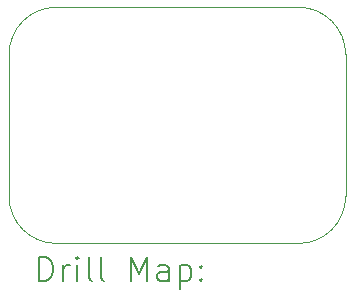
<source format=gbr>
%TF.GenerationSoftware,KiCad,Pcbnew,7.0.7*%
%TF.CreationDate,2024-03-28T13:05:59+05:30*%
%TF.ProjectId,korby,6b6f7262-792e-46b6-9963-61645f706362,rev?*%
%TF.SameCoordinates,Original*%
%TF.FileFunction,Drillmap*%
%TF.FilePolarity,Positive*%
%FSLAX45Y45*%
G04 Gerber Fmt 4.5, Leading zero omitted, Abs format (unit mm)*
G04 Created by KiCad (PCBNEW 7.0.7) date 2024-03-28 13:05:59*
%MOMM*%
%LPD*%
G01*
G04 APERTURE LIST*
%ADD10C,0.100000*%
%ADD11C,0.200000*%
G04 APERTURE END LIST*
D10*
X13150000Y-6900000D02*
X15200000Y-6900000D01*
X12750000Y-8500000D02*
X12750000Y-7300000D01*
X15600000Y-7300000D02*
X15600000Y-8500000D01*
X15200000Y-8900000D02*
G75*
G03*
X15600000Y-8500000I0J400000D01*
G01*
X15600000Y-7300000D02*
G75*
G03*
X15200000Y-6900000I-400000J0D01*
G01*
X13150000Y-6900000D02*
G75*
G03*
X12750000Y-7300000I0J-400000D01*
G01*
X15200000Y-8900000D02*
X13150000Y-8900000D01*
X12750000Y-8500000D02*
G75*
G03*
X13150000Y-8900000I400000J0D01*
G01*
D11*
X13005777Y-9216484D02*
X13005777Y-9016484D01*
X13005777Y-9016484D02*
X13053396Y-9016484D01*
X13053396Y-9016484D02*
X13081967Y-9026008D01*
X13081967Y-9026008D02*
X13101015Y-9045055D01*
X13101015Y-9045055D02*
X13110539Y-9064103D01*
X13110539Y-9064103D02*
X13120062Y-9102198D01*
X13120062Y-9102198D02*
X13120062Y-9130770D01*
X13120062Y-9130770D02*
X13110539Y-9168865D01*
X13110539Y-9168865D02*
X13101015Y-9187912D01*
X13101015Y-9187912D02*
X13081967Y-9206960D01*
X13081967Y-9206960D02*
X13053396Y-9216484D01*
X13053396Y-9216484D02*
X13005777Y-9216484D01*
X13205777Y-9216484D02*
X13205777Y-9083150D01*
X13205777Y-9121246D02*
X13215301Y-9102198D01*
X13215301Y-9102198D02*
X13224824Y-9092674D01*
X13224824Y-9092674D02*
X13243872Y-9083150D01*
X13243872Y-9083150D02*
X13262920Y-9083150D01*
X13329586Y-9216484D02*
X13329586Y-9083150D01*
X13329586Y-9016484D02*
X13320062Y-9026008D01*
X13320062Y-9026008D02*
X13329586Y-9035531D01*
X13329586Y-9035531D02*
X13339110Y-9026008D01*
X13339110Y-9026008D02*
X13329586Y-9016484D01*
X13329586Y-9016484D02*
X13329586Y-9035531D01*
X13453396Y-9216484D02*
X13434348Y-9206960D01*
X13434348Y-9206960D02*
X13424824Y-9187912D01*
X13424824Y-9187912D02*
X13424824Y-9016484D01*
X13558158Y-9216484D02*
X13539110Y-9206960D01*
X13539110Y-9206960D02*
X13529586Y-9187912D01*
X13529586Y-9187912D02*
X13529586Y-9016484D01*
X13786729Y-9216484D02*
X13786729Y-9016484D01*
X13786729Y-9016484D02*
X13853396Y-9159341D01*
X13853396Y-9159341D02*
X13920062Y-9016484D01*
X13920062Y-9016484D02*
X13920062Y-9216484D01*
X14101015Y-9216484D02*
X14101015Y-9111722D01*
X14101015Y-9111722D02*
X14091491Y-9092674D01*
X14091491Y-9092674D02*
X14072443Y-9083150D01*
X14072443Y-9083150D02*
X14034348Y-9083150D01*
X14034348Y-9083150D02*
X14015301Y-9092674D01*
X14101015Y-9206960D02*
X14081967Y-9216484D01*
X14081967Y-9216484D02*
X14034348Y-9216484D01*
X14034348Y-9216484D02*
X14015301Y-9206960D01*
X14015301Y-9206960D02*
X14005777Y-9187912D01*
X14005777Y-9187912D02*
X14005777Y-9168865D01*
X14005777Y-9168865D02*
X14015301Y-9149817D01*
X14015301Y-9149817D02*
X14034348Y-9140293D01*
X14034348Y-9140293D02*
X14081967Y-9140293D01*
X14081967Y-9140293D02*
X14101015Y-9130770D01*
X14196253Y-9083150D02*
X14196253Y-9283150D01*
X14196253Y-9092674D02*
X14215301Y-9083150D01*
X14215301Y-9083150D02*
X14253396Y-9083150D01*
X14253396Y-9083150D02*
X14272443Y-9092674D01*
X14272443Y-9092674D02*
X14281967Y-9102198D01*
X14281967Y-9102198D02*
X14291491Y-9121246D01*
X14291491Y-9121246D02*
X14291491Y-9178389D01*
X14291491Y-9178389D02*
X14281967Y-9197436D01*
X14281967Y-9197436D02*
X14272443Y-9206960D01*
X14272443Y-9206960D02*
X14253396Y-9216484D01*
X14253396Y-9216484D02*
X14215301Y-9216484D01*
X14215301Y-9216484D02*
X14196253Y-9206960D01*
X14377205Y-9197436D02*
X14386729Y-9206960D01*
X14386729Y-9206960D02*
X14377205Y-9216484D01*
X14377205Y-9216484D02*
X14367682Y-9206960D01*
X14367682Y-9206960D02*
X14377205Y-9197436D01*
X14377205Y-9197436D02*
X14377205Y-9216484D01*
X14377205Y-9092674D02*
X14386729Y-9102198D01*
X14386729Y-9102198D02*
X14377205Y-9111722D01*
X14377205Y-9111722D02*
X14367682Y-9102198D01*
X14367682Y-9102198D02*
X14377205Y-9092674D01*
X14377205Y-9092674D02*
X14377205Y-9111722D01*
M02*

</source>
